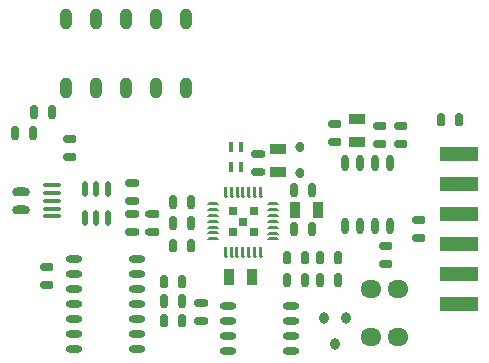
<source format=gbp>
G04 #@! TF.GenerationSoftware,KiCad,Pcbnew,(6.0.0-rc1-387-g70841c6393)*
G04 #@! TF.CreationDate,2022-03-02T22:10:33+08:00*
G04 #@! TF.ProjectId,uw-rs485_hat,75772d72-7334-4383-955f-6861742e6b69,rev?*
G04 #@! TF.SameCoordinates,Original*
G04 #@! TF.FileFunction,Paste,Bot*
G04 #@! TF.FilePolarity,Positive*
%FSLAX46Y46*%
G04 Gerber Fmt 4.6, Leading zero omitted, Abs format (unit mm)*
G04 Created by KiCad (PCBNEW (6.0.0-rc1-387-g70841c6393)) date 2022-03-02 22:10:33*
%MOMM*%
%LPD*%
G01*
G04 APERTURE LIST*
%ADD10O,0.254000X0.635000*%
%ADD11R,0.889000X0.635000*%
%ADD12O,0.635000X0.254000*%
%ADD13R,0.635000X0.889000*%
%ADD14O,0.889000X0.381000*%
%ADD15R,0.889000X1.016000*%
%ADD16O,0.381000X0.889000*%
%ADD17R,1.016000X0.889000*%
%ADD18O,0.508000X1.320800*%
%ADD19O,0.812800X1.016000*%
%ADD20O,1.524000X0.406400*%
%ADD21O,1.524000X0.762000*%
%ADD22O,0.406400X0.914400*%
%ADD23O,1.778000X1.524000*%
%ADD24O,0.254000X1.016000*%
%ADD25O,1.016000X0.254000*%
%ADD26R,0.762000X0.762000*%
%ADD27O,1.399540X0.599440*%
%ADD28O,0.599440X1.399540*%
%ADD29O,0.762000X0.914400*%
%ADD30O,1.016000X1.778000*%
%ADD31R,3.180000X1.270000*%
G04 APERTURE END LIST*
D10*
G04 #@! TO.C,C1*
X39814500Y-137795000D03*
X38925500Y-137795000D03*
D11*
X39370000Y-137795000D03*
X39370000Y-136271000D03*
D10*
X38925500Y-136271000D03*
X39814500Y-136271000D03*
G04 #@! TD*
D12*
G04 #@! TO.C,C2*
X53086000Y-136461500D03*
D13*
X53086000Y-136906000D03*
D12*
X53086000Y-137350500D03*
X54610000Y-137350500D03*
X54610000Y-136461500D03*
D13*
X54610000Y-136906000D03*
G04 #@! TD*
D14*
G04 #@! TO.C,C3*
X53149500Y-138049000D03*
X53149500Y-139065000D03*
D15*
X53149500Y-138557000D03*
D14*
X55054500Y-138049000D03*
D15*
X55054500Y-138557000D03*
D14*
X55054500Y-139065000D03*
G04 #@! TD*
D10*
G04 #@! TO.C,C4*
X49593500Y-135382000D03*
D11*
X50038000Y-135382000D03*
D10*
X50482500Y-135382000D03*
D11*
X50038000Y-133858000D03*
D10*
X50482500Y-133858000D03*
X49593500Y-133858000D03*
G04 #@! TD*
D16*
G04 #@! TO.C,C5*
X52197000Y-135318500D03*
D17*
X51689000Y-135318500D03*
D16*
X51181000Y-135318500D03*
X51181000Y-133413500D03*
D17*
X51689000Y-133413500D03*
D16*
X52197000Y-133413500D03*
G04 #@! TD*
D14*
G04 #@! TO.C,C6*
X47561500Y-143764000D03*
D15*
X47561500Y-144272000D03*
D14*
X47561500Y-144780000D03*
X49466500Y-144780000D03*
X49466500Y-143764000D03*
D15*
X49466500Y-144272000D03*
G04 #@! TD*
D10*
G04 #@! TO.C,C7*
X45656500Y-147955000D03*
D11*
X45212000Y-147955000D03*
D10*
X44767500Y-147955000D03*
X45656500Y-146431000D03*
X44767500Y-146431000D03*
D11*
X45212000Y-146431000D03*
G04 #@! TD*
D12*
G04 #@! TO.C,C8*
X32581850Y-129857500D03*
X32581850Y-130746500D03*
D13*
X32581850Y-130302000D03*
X31057850Y-130302000D03*
D12*
X31057850Y-129857500D03*
X31057850Y-130746500D03*
G04 #@! TD*
D11*
G04 #@! TO.C,C9*
X34105850Y-132588000D03*
D10*
X33661350Y-132588000D03*
X34550350Y-132588000D03*
X33661350Y-134112000D03*
X34550350Y-134112000D03*
D11*
X34105850Y-134112000D03*
G04 #@! TD*
G04 #@! TO.C,C10*
X32131000Y-143383000D03*
D10*
X31686500Y-143383000D03*
X32575500Y-143383000D03*
D11*
X32131000Y-144907000D03*
D10*
X32575500Y-144907000D03*
X31686500Y-144907000D03*
G04 #@! TD*
D11*
G04 #@! TO.C,C12*
X56515000Y-132842000D03*
D10*
X56070500Y-132842000D03*
X56959500Y-132842000D03*
X56070500Y-131318000D03*
D11*
X56515000Y-131318000D03*
D10*
X56959500Y-131318000D03*
G04 #@! TD*
G04 #@! TO.C,C13*
X62547500Y-132969000D03*
D11*
X62103000Y-132969000D03*
D10*
X61658500Y-132969000D03*
X61658500Y-131445000D03*
X62547500Y-131445000D03*
D11*
X62103000Y-131445000D03*
G04 #@! TD*
D16*
G04 #@! TO.C,C14*
X58928000Y-132778500D03*
D17*
X58420000Y-132778500D03*
D16*
X57912000Y-132778500D03*
X57912000Y-130873500D03*
D17*
X58420000Y-130873500D03*
D16*
X58928000Y-130873500D03*
G04 #@! TD*
D18*
G04 #@! TO.C,D1*
X35356800Y-136829800D03*
X36322000Y-136829800D03*
X37287200Y-136829800D03*
X37287200Y-139268200D03*
X36322000Y-139268200D03*
X35356800Y-139268200D03*
G04 #@! TD*
D19*
G04 #@! TO.C,D3*
X55562500Y-147744180D03*
X57467500Y-147744180D03*
X56515000Y-149943820D03*
G04 #@! TD*
D20*
G04 #@! TO.C,J1*
X32581850Y-139090400D03*
X32581850Y-138455400D03*
X32581850Y-137795000D03*
X32581850Y-137134600D03*
X32581850Y-136499600D03*
D21*
X29914850Y-137033000D03*
X29914850Y-138557000D03*
G04 #@! TD*
D11*
G04 #@! TO.C,L1*
X39370000Y-140462000D03*
D10*
X39814500Y-140462000D03*
X38925500Y-140462000D03*
X38925500Y-138938000D03*
D11*
X39370000Y-138938000D03*
D10*
X39814500Y-138938000D03*
G04 #@! TD*
G04 #@! TO.C,L2*
X41522650Y-140462000D03*
X40633650Y-140462000D03*
D11*
X41078150Y-140462000D03*
D10*
X40633650Y-138938000D03*
D11*
X41078150Y-138938000D03*
D10*
X41522650Y-138938000D03*
G04 #@! TD*
D13*
G04 #@! TO.C,L3*
X55245000Y-144526000D03*
D12*
X55245000Y-144970500D03*
X55245000Y-144081500D03*
X56769000Y-144081500D03*
D13*
X56769000Y-144526000D03*
D12*
X56769000Y-144970500D03*
G04 #@! TD*
G04 #@! TO.C,L4*
X55245000Y-143065500D03*
X55245000Y-142176500D03*
D13*
X55245000Y-142621000D03*
D12*
X56769000Y-143065500D03*
X56769000Y-142176500D03*
D13*
X56769000Y-142621000D03*
G04 #@! TD*
G04 #@! TO.C,L5*
X65532000Y-130937000D03*
D12*
X65532000Y-130492500D03*
X65532000Y-131381500D03*
D13*
X67056000Y-130937000D03*
D12*
X67056000Y-131381500D03*
X67056000Y-130492500D03*
G04 #@! TD*
G04 #@! TO.C,R2*
X53086000Y-140652500D03*
X53086000Y-139763500D03*
D13*
X53086000Y-140208000D03*
X54610000Y-140208000D03*
D12*
X54610000Y-140652500D03*
X54610000Y-139763500D03*
G04 #@! TD*
D13*
G04 #@! TO.C,R3*
X52451000Y-144526000D03*
D12*
X52451000Y-144970500D03*
X52451000Y-144081500D03*
X53975000Y-144081500D03*
D13*
X53975000Y-144526000D03*
D12*
X53975000Y-144970500D03*
G04 #@! TD*
G04 #@! TO.C,R4*
X52451000Y-142176500D03*
D13*
X52451000Y-142621000D03*
D12*
X52451000Y-143065500D03*
X53975000Y-142176500D03*
D13*
X53975000Y-142621000D03*
D12*
X53975000Y-143065500D03*
G04 #@! TD*
D11*
G04 #@! TO.C,R5*
X63627000Y-140970000D03*
D10*
X64071500Y-140970000D03*
X63182500Y-140970000D03*
X64071500Y-139446000D03*
D11*
X63627000Y-139446000D03*
D10*
X63182500Y-139446000D03*
G04 #@! TD*
D12*
G04 #@! TO.C,R6*
X43561000Y-145097500D03*
X43561000Y-144208500D03*
D13*
X43561000Y-144653000D03*
D12*
X42037000Y-145097500D03*
X42037000Y-144208500D03*
D13*
X42037000Y-144653000D03*
G04 #@! TD*
G04 #@! TO.C,R7*
X43561000Y-146304000D03*
D12*
X43561000Y-146748500D03*
X43561000Y-145859500D03*
D13*
X42037000Y-146304000D03*
D12*
X42037000Y-146748500D03*
X42037000Y-145859500D03*
G04 #@! TD*
G04 #@! TO.C,R8*
X43561000Y-148399500D03*
X43561000Y-147510500D03*
D13*
X43561000Y-147955000D03*
D12*
X42037000Y-147510500D03*
X42037000Y-148399500D03*
D13*
X42037000Y-147955000D03*
G04 #@! TD*
G04 #@! TO.C,R9*
X44323000Y-139700000D03*
D12*
X44323000Y-140144500D03*
X44323000Y-139255500D03*
X42799000Y-140144500D03*
X42799000Y-139255500D03*
D13*
X42799000Y-139700000D03*
G04 #@! TD*
D12*
G04 #@! TO.C,R10*
X44323000Y-138366500D03*
D13*
X44323000Y-137922000D03*
D12*
X44323000Y-137477500D03*
D13*
X42799000Y-137922000D03*
D12*
X42799000Y-138366500D03*
X42799000Y-137477500D03*
G04 #@! TD*
G04 #@! TO.C,R11*
X44323000Y-141160500D03*
X44323000Y-142049500D03*
D13*
X44323000Y-141605000D03*
D12*
X42799000Y-141160500D03*
X42799000Y-142049500D03*
D13*
X42799000Y-141605000D03*
G04 #@! TD*
D10*
G04 #@! TO.C,R12*
X60388500Y-143129000D03*
D11*
X60833000Y-143129000D03*
D10*
X61277500Y-143129000D03*
X60388500Y-141605000D03*
X61277500Y-141605000D03*
D11*
X60833000Y-141605000D03*
G04 #@! TD*
D10*
G04 #@! TO.C,R13*
X59880500Y-132969000D03*
D11*
X60325000Y-132969000D03*
D10*
X60769500Y-132969000D03*
X60769500Y-131445000D03*
D11*
X60325000Y-131445000D03*
D10*
X59880500Y-131445000D03*
G04 #@! TD*
D22*
G04 #@! TO.C,T1*
X47726600Y-133248400D03*
X47726600Y-134975600D03*
X48539400Y-134975600D03*
X48539400Y-133248400D03*
G04 #@! TD*
D23*
G04 #@! TO.C,T2*
X61849000Y-149352000D03*
X61849000Y-145288000D03*
X59563000Y-145288000D03*
X59563000Y-149352000D03*
G04 #@! TD*
D24*
G04 #@! TO.C,U1*
X47269400Y-137033000D03*
X47777400Y-137033000D03*
X48272700Y-137033000D03*
X48768000Y-137033000D03*
X49276000Y-137033000D03*
X49771300Y-137033000D03*
X50266600Y-137033000D03*
D25*
X51308000Y-138074400D03*
X51308000Y-138582400D03*
X51308000Y-139077700D03*
X51308000Y-139573000D03*
X51308000Y-140081000D03*
X51308000Y-140576300D03*
X51308000Y-141071600D03*
D24*
X50266600Y-142113000D03*
X49758600Y-142113000D03*
X49263300Y-142113000D03*
X48768000Y-142113000D03*
X48260000Y-142113000D03*
X47764700Y-142113000D03*
X47269400Y-142113000D03*
D25*
X46228000Y-141071600D03*
X46228000Y-140563600D03*
X46228000Y-140068300D03*
X46228000Y-139573000D03*
X46228000Y-139065000D03*
X46228000Y-138569700D03*
X46228000Y-138074400D03*
D26*
X47879000Y-138684000D03*
X48768000Y-139573000D03*
X49657000Y-140462000D03*
X47879000Y-140462000D03*
X49657000Y-138684000D03*
G04 #@! TD*
D27*
G04 #@! TO.C,U2*
X52832000Y-146685000D03*
X52832000Y-147955000D03*
X52832000Y-149225000D03*
X52832000Y-150495000D03*
X47498000Y-150495000D03*
X47498000Y-149225000D03*
X47498000Y-147955000D03*
X47498000Y-146685000D03*
G04 #@! TD*
G04 #@! TO.C,U3*
X39751000Y-142748000D03*
X39751000Y-144018000D03*
X39751000Y-145288000D03*
X39751000Y-146558000D03*
X39751000Y-147828000D03*
X39751000Y-149098000D03*
X39751000Y-150368000D03*
X34417000Y-150368000D03*
X34417000Y-149098000D03*
X34417000Y-147828000D03*
X34417000Y-146558000D03*
X34417000Y-145288000D03*
X34417000Y-144018000D03*
X34417000Y-142748000D03*
G04 #@! TD*
D28*
G04 #@! TO.C,U4*
X61214000Y-139954000D03*
X59944000Y-139954000D03*
X58674000Y-139954000D03*
X57404000Y-139954000D03*
X57404000Y-134620000D03*
X58674000Y-134620000D03*
X59944000Y-134620000D03*
X61214000Y-134620000D03*
G04 #@! TD*
D13*
G04 #@! TO.C,R1*
X29464000Y-132080000D03*
D12*
X29464000Y-131635500D03*
X29464000Y-132524500D03*
D13*
X30988000Y-132080000D03*
D12*
X30988000Y-132524500D03*
X30988000Y-131635500D03*
G04 #@! TD*
D29*
G04 #@! TO.C,D2*
X53594000Y-133248400D03*
X53594000Y-135483600D03*
G04 #@! TD*
D30*
G04 #@! TO.C,J3*
X33782000Y-122377200D03*
X33782000Y-128219200D03*
X36322000Y-122377200D03*
X36322000Y-128219200D03*
X38862000Y-122377200D03*
X38862000Y-128219200D03*
X41402000Y-122377200D03*
X41402000Y-128219200D03*
X43942000Y-122377200D03*
X43942000Y-128219200D03*
G04 #@! TD*
D31*
G04 #@! TO.C,J2*
X66990000Y-146524500D03*
X66990000Y-143984500D03*
X66990000Y-141444500D03*
X66990000Y-138904500D03*
X66990000Y-136364500D03*
X66990000Y-133824500D03*
G04 #@! TD*
M02*

</source>
